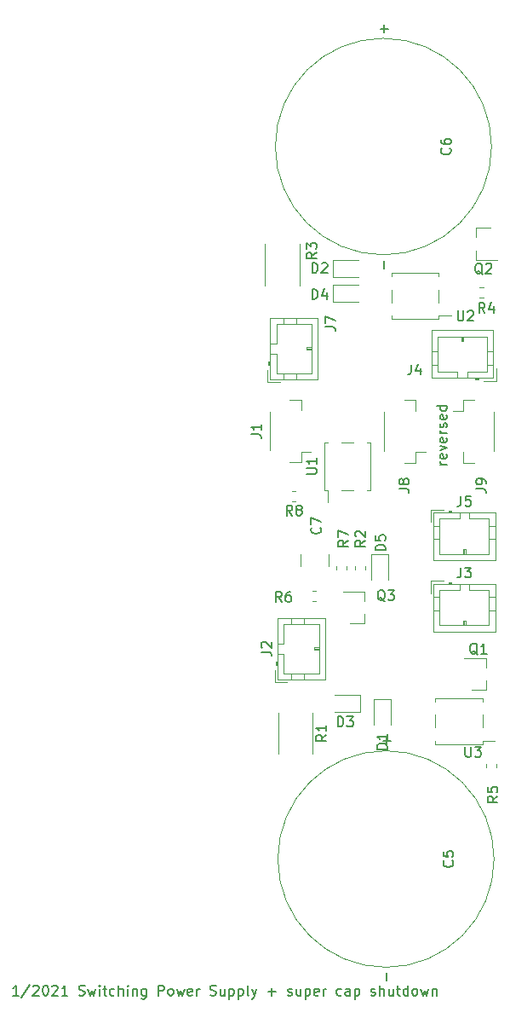
<source format=gto>
G04 #@! TF.GenerationSoftware,KiCad,Pcbnew,(5.1.5-0)*
G04 #@! TF.CreationDate,2021-01-21T21:28:00-07:00*
G04 #@! TF.ProjectId,supercap,73757065-7263-4617-902e-6b696361645f,rev?*
G04 #@! TF.SameCoordinates,Original*
G04 #@! TF.FileFunction,Legend,Top*
G04 #@! TF.FilePolarity,Positive*
%FSLAX46Y46*%
G04 Gerber Fmt 4.6, Leading zero omitted, Abs format (unit mm)*
G04 Created by KiCad (PCBNEW (5.1.5-0)) date 2021-01-21 21:28:00*
%MOMM*%
%LPD*%
G04 APERTURE LIST*
%ADD10C,0.150000*%
%ADD11C,0.120000*%
G04 APERTURE END LIST*
D10*
X139052380Y-95704761D02*
X138385714Y-95704761D01*
X138576190Y-95704761D02*
X138480952Y-95657142D01*
X138433333Y-95609523D01*
X138385714Y-95514285D01*
X138385714Y-95419047D01*
X139004761Y-94704761D02*
X139052380Y-94800000D01*
X139052380Y-94990476D01*
X139004761Y-95085714D01*
X138909523Y-95133333D01*
X138528571Y-95133333D01*
X138433333Y-95085714D01*
X138385714Y-94990476D01*
X138385714Y-94800000D01*
X138433333Y-94704761D01*
X138528571Y-94657142D01*
X138623809Y-94657142D01*
X138719047Y-95133333D01*
X138385714Y-94323809D02*
X139052380Y-94085714D01*
X138385714Y-93847619D01*
X139004761Y-93085714D02*
X139052380Y-93180952D01*
X139052380Y-93371428D01*
X139004761Y-93466666D01*
X138909523Y-93514285D01*
X138528571Y-93514285D01*
X138433333Y-93466666D01*
X138385714Y-93371428D01*
X138385714Y-93180952D01*
X138433333Y-93085714D01*
X138528571Y-93038095D01*
X138623809Y-93038095D01*
X138719047Y-93514285D01*
X139052380Y-92609523D02*
X138385714Y-92609523D01*
X138576190Y-92609523D02*
X138480952Y-92561904D01*
X138433333Y-92514285D01*
X138385714Y-92419047D01*
X138385714Y-92323809D01*
X139004761Y-92038095D02*
X139052380Y-91942857D01*
X139052380Y-91752380D01*
X139004761Y-91657142D01*
X138909523Y-91609523D01*
X138861904Y-91609523D01*
X138766666Y-91657142D01*
X138719047Y-91752380D01*
X138719047Y-91895238D01*
X138671428Y-91990476D01*
X138576190Y-92038095D01*
X138528571Y-92038095D01*
X138433333Y-91990476D01*
X138385714Y-91895238D01*
X138385714Y-91752380D01*
X138433333Y-91657142D01*
X139004761Y-90800000D02*
X139052380Y-90895238D01*
X139052380Y-91085714D01*
X139004761Y-91180952D01*
X138909523Y-91228571D01*
X138528571Y-91228571D01*
X138433333Y-91180952D01*
X138385714Y-91085714D01*
X138385714Y-90895238D01*
X138433333Y-90800000D01*
X138528571Y-90752380D01*
X138623809Y-90752380D01*
X138719047Y-91228571D01*
X139052380Y-89895238D02*
X138052380Y-89895238D01*
X139004761Y-89895238D02*
X139052380Y-89990476D01*
X139052380Y-90180952D01*
X139004761Y-90276190D01*
X138957142Y-90323809D01*
X138861904Y-90371428D01*
X138576190Y-90371428D01*
X138480952Y-90323809D01*
X138433333Y-90276190D01*
X138385714Y-90180952D01*
X138385714Y-89990476D01*
X138433333Y-89895238D01*
X96476190Y-148452380D02*
X95904761Y-148452380D01*
X96190476Y-148452380D02*
X96190476Y-147452380D01*
X96095238Y-147595238D01*
X96000000Y-147690476D01*
X95904761Y-147738095D01*
X97619047Y-147404761D02*
X96761904Y-148690476D01*
X97904761Y-147547619D02*
X97952380Y-147500000D01*
X98047619Y-147452380D01*
X98285714Y-147452380D01*
X98380952Y-147500000D01*
X98428571Y-147547619D01*
X98476190Y-147642857D01*
X98476190Y-147738095D01*
X98428571Y-147880952D01*
X97857142Y-148452380D01*
X98476190Y-148452380D01*
X99095238Y-147452380D02*
X99190476Y-147452380D01*
X99285714Y-147500000D01*
X99333333Y-147547619D01*
X99380952Y-147642857D01*
X99428571Y-147833333D01*
X99428571Y-148071428D01*
X99380952Y-148261904D01*
X99333333Y-148357142D01*
X99285714Y-148404761D01*
X99190476Y-148452380D01*
X99095238Y-148452380D01*
X99000000Y-148404761D01*
X98952380Y-148357142D01*
X98904761Y-148261904D01*
X98857142Y-148071428D01*
X98857142Y-147833333D01*
X98904761Y-147642857D01*
X98952380Y-147547619D01*
X99000000Y-147500000D01*
X99095238Y-147452380D01*
X99809523Y-147547619D02*
X99857142Y-147500000D01*
X99952380Y-147452380D01*
X100190476Y-147452380D01*
X100285714Y-147500000D01*
X100333333Y-147547619D01*
X100380952Y-147642857D01*
X100380952Y-147738095D01*
X100333333Y-147880952D01*
X99761904Y-148452380D01*
X100380952Y-148452380D01*
X101333333Y-148452380D02*
X100761904Y-148452380D01*
X101047619Y-148452380D02*
X101047619Y-147452380D01*
X100952380Y-147595238D01*
X100857142Y-147690476D01*
X100761904Y-147738095D01*
X102476190Y-148404761D02*
X102619047Y-148452380D01*
X102857142Y-148452380D01*
X102952380Y-148404761D01*
X103000000Y-148357142D01*
X103047619Y-148261904D01*
X103047619Y-148166666D01*
X103000000Y-148071428D01*
X102952380Y-148023809D01*
X102857142Y-147976190D01*
X102666666Y-147928571D01*
X102571428Y-147880952D01*
X102523809Y-147833333D01*
X102476190Y-147738095D01*
X102476190Y-147642857D01*
X102523809Y-147547619D01*
X102571428Y-147500000D01*
X102666666Y-147452380D01*
X102904761Y-147452380D01*
X103047619Y-147500000D01*
X103380952Y-147785714D02*
X103571428Y-148452380D01*
X103761904Y-147976190D01*
X103952380Y-148452380D01*
X104142857Y-147785714D01*
X104523809Y-148452380D02*
X104523809Y-147785714D01*
X104523809Y-147452380D02*
X104476190Y-147500000D01*
X104523809Y-147547619D01*
X104571428Y-147500000D01*
X104523809Y-147452380D01*
X104523809Y-147547619D01*
X104857142Y-147785714D02*
X105238095Y-147785714D01*
X105000000Y-147452380D02*
X105000000Y-148309523D01*
X105047619Y-148404761D01*
X105142857Y-148452380D01*
X105238095Y-148452380D01*
X106000000Y-148404761D02*
X105904761Y-148452380D01*
X105714285Y-148452380D01*
X105619047Y-148404761D01*
X105571428Y-148357142D01*
X105523809Y-148261904D01*
X105523809Y-147976190D01*
X105571428Y-147880952D01*
X105619047Y-147833333D01*
X105714285Y-147785714D01*
X105904761Y-147785714D01*
X106000000Y-147833333D01*
X106428571Y-148452380D02*
X106428571Y-147452380D01*
X106857142Y-148452380D02*
X106857142Y-147928571D01*
X106809523Y-147833333D01*
X106714285Y-147785714D01*
X106571428Y-147785714D01*
X106476190Y-147833333D01*
X106428571Y-147880952D01*
X107333333Y-148452380D02*
X107333333Y-147785714D01*
X107333333Y-147452380D02*
X107285714Y-147500000D01*
X107333333Y-147547619D01*
X107380952Y-147500000D01*
X107333333Y-147452380D01*
X107333333Y-147547619D01*
X107809523Y-147785714D02*
X107809523Y-148452380D01*
X107809523Y-147880952D02*
X107857142Y-147833333D01*
X107952380Y-147785714D01*
X108095238Y-147785714D01*
X108190476Y-147833333D01*
X108238095Y-147928571D01*
X108238095Y-148452380D01*
X109142857Y-147785714D02*
X109142857Y-148595238D01*
X109095238Y-148690476D01*
X109047619Y-148738095D01*
X108952380Y-148785714D01*
X108809523Y-148785714D01*
X108714285Y-148738095D01*
X109142857Y-148404761D02*
X109047619Y-148452380D01*
X108857142Y-148452380D01*
X108761904Y-148404761D01*
X108714285Y-148357142D01*
X108666666Y-148261904D01*
X108666666Y-147976190D01*
X108714285Y-147880952D01*
X108761904Y-147833333D01*
X108857142Y-147785714D01*
X109047619Y-147785714D01*
X109142857Y-147833333D01*
X110380952Y-148452380D02*
X110380952Y-147452380D01*
X110761904Y-147452380D01*
X110857142Y-147500000D01*
X110904761Y-147547619D01*
X110952380Y-147642857D01*
X110952380Y-147785714D01*
X110904761Y-147880952D01*
X110857142Y-147928571D01*
X110761904Y-147976190D01*
X110380952Y-147976190D01*
X111523809Y-148452380D02*
X111428571Y-148404761D01*
X111380952Y-148357142D01*
X111333333Y-148261904D01*
X111333333Y-147976190D01*
X111380952Y-147880952D01*
X111428571Y-147833333D01*
X111523809Y-147785714D01*
X111666666Y-147785714D01*
X111761904Y-147833333D01*
X111809523Y-147880952D01*
X111857142Y-147976190D01*
X111857142Y-148261904D01*
X111809523Y-148357142D01*
X111761904Y-148404761D01*
X111666666Y-148452380D01*
X111523809Y-148452380D01*
X112190476Y-147785714D02*
X112380952Y-148452380D01*
X112571428Y-147976190D01*
X112761904Y-148452380D01*
X112952380Y-147785714D01*
X113714285Y-148404761D02*
X113619047Y-148452380D01*
X113428571Y-148452380D01*
X113333333Y-148404761D01*
X113285714Y-148309523D01*
X113285714Y-147928571D01*
X113333333Y-147833333D01*
X113428571Y-147785714D01*
X113619047Y-147785714D01*
X113714285Y-147833333D01*
X113761904Y-147928571D01*
X113761904Y-148023809D01*
X113285714Y-148119047D01*
X114190476Y-148452380D02*
X114190476Y-147785714D01*
X114190476Y-147976190D02*
X114238095Y-147880952D01*
X114285714Y-147833333D01*
X114380952Y-147785714D01*
X114476190Y-147785714D01*
X115523809Y-148404761D02*
X115666666Y-148452380D01*
X115904761Y-148452380D01*
X116000000Y-148404761D01*
X116047619Y-148357142D01*
X116095238Y-148261904D01*
X116095238Y-148166666D01*
X116047619Y-148071428D01*
X116000000Y-148023809D01*
X115904761Y-147976190D01*
X115714285Y-147928571D01*
X115619047Y-147880952D01*
X115571428Y-147833333D01*
X115523809Y-147738095D01*
X115523809Y-147642857D01*
X115571428Y-147547619D01*
X115619047Y-147500000D01*
X115714285Y-147452380D01*
X115952380Y-147452380D01*
X116095238Y-147500000D01*
X116952380Y-147785714D02*
X116952380Y-148452380D01*
X116523809Y-147785714D02*
X116523809Y-148309523D01*
X116571428Y-148404761D01*
X116666666Y-148452380D01*
X116809523Y-148452380D01*
X116904761Y-148404761D01*
X116952380Y-148357142D01*
X117428571Y-147785714D02*
X117428571Y-148785714D01*
X117428571Y-147833333D02*
X117523809Y-147785714D01*
X117714285Y-147785714D01*
X117809523Y-147833333D01*
X117857142Y-147880952D01*
X117904761Y-147976190D01*
X117904761Y-148261904D01*
X117857142Y-148357142D01*
X117809523Y-148404761D01*
X117714285Y-148452380D01*
X117523809Y-148452380D01*
X117428571Y-148404761D01*
X118333333Y-147785714D02*
X118333333Y-148785714D01*
X118333333Y-147833333D02*
X118428571Y-147785714D01*
X118619047Y-147785714D01*
X118714285Y-147833333D01*
X118761904Y-147880952D01*
X118809523Y-147976190D01*
X118809523Y-148261904D01*
X118761904Y-148357142D01*
X118714285Y-148404761D01*
X118619047Y-148452380D01*
X118428571Y-148452380D01*
X118333333Y-148404761D01*
X119380952Y-148452380D02*
X119285714Y-148404761D01*
X119238095Y-148309523D01*
X119238095Y-147452380D01*
X119666666Y-147785714D02*
X119904761Y-148452380D01*
X120142857Y-147785714D02*
X119904761Y-148452380D01*
X119809523Y-148690476D01*
X119761904Y-148738095D01*
X119666666Y-148785714D01*
X121285714Y-148071428D02*
X122047619Y-148071428D01*
X121666666Y-148452380D02*
X121666666Y-147690476D01*
X123238095Y-148404761D02*
X123333333Y-148452380D01*
X123523809Y-148452380D01*
X123619047Y-148404761D01*
X123666666Y-148309523D01*
X123666666Y-148261904D01*
X123619047Y-148166666D01*
X123523809Y-148119047D01*
X123380952Y-148119047D01*
X123285714Y-148071428D01*
X123238095Y-147976190D01*
X123238095Y-147928571D01*
X123285714Y-147833333D01*
X123380952Y-147785714D01*
X123523809Y-147785714D01*
X123619047Y-147833333D01*
X124523809Y-147785714D02*
X124523809Y-148452380D01*
X124095238Y-147785714D02*
X124095238Y-148309523D01*
X124142857Y-148404761D01*
X124238095Y-148452380D01*
X124380952Y-148452380D01*
X124476190Y-148404761D01*
X124523809Y-148357142D01*
X124999999Y-147785714D02*
X124999999Y-148785714D01*
X124999999Y-147833333D02*
X125095238Y-147785714D01*
X125285714Y-147785714D01*
X125380952Y-147833333D01*
X125428571Y-147880952D01*
X125476190Y-147976190D01*
X125476190Y-148261904D01*
X125428571Y-148357142D01*
X125380952Y-148404761D01*
X125285714Y-148452380D01*
X125095238Y-148452380D01*
X124999999Y-148404761D01*
X126285714Y-148404761D02*
X126190476Y-148452380D01*
X125999999Y-148452380D01*
X125904761Y-148404761D01*
X125857142Y-148309523D01*
X125857142Y-147928571D01*
X125904761Y-147833333D01*
X125999999Y-147785714D01*
X126190476Y-147785714D01*
X126285714Y-147833333D01*
X126333333Y-147928571D01*
X126333333Y-148023809D01*
X125857142Y-148119047D01*
X126761904Y-148452380D02*
X126761904Y-147785714D01*
X126761904Y-147976190D02*
X126809523Y-147880952D01*
X126857142Y-147833333D01*
X126952380Y-147785714D01*
X127047619Y-147785714D01*
X128571428Y-148404761D02*
X128476190Y-148452380D01*
X128285714Y-148452380D01*
X128190476Y-148404761D01*
X128142857Y-148357142D01*
X128095238Y-148261904D01*
X128095238Y-147976190D01*
X128142857Y-147880952D01*
X128190476Y-147833333D01*
X128285714Y-147785714D01*
X128476190Y-147785714D01*
X128571428Y-147833333D01*
X129428571Y-148452380D02*
X129428571Y-147928571D01*
X129380952Y-147833333D01*
X129285714Y-147785714D01*
X129095238Y-147785714D01*
X128999999Y-147833333D01*
X129428571Y-148404761D02*
X129333333Y-148452380D01*
X129095238Y-148452380D01*
X128999999Y-148404761D01*
X128952380Y-148309523D01*
X128952380Y-148214285D01*
X128999999Y-148119047D01*
X129095238Y-148071428D01*
X129333333Y-148071428D01*
X129428571Y-148023809D01*
X129904761Y-147785714D02*
X129904761Y-148785714D01*
X129904761Y-147833333D02*
X130000000Y-147785714D01*
X130190476Y-147785714D01*
X130285714Y-147833333D01*
X130333333Y-147880952D01*
X130380952Y-147976190D01*
X130380952Y-148261904D01*
X130333333Y-148357142D01*
X130285714Y-148404761D01*
X130190476Y-148452380D01*
X130000000Y-148452380D01*
X129904761Y-148404761D01*
X131523809Y-148404761D02*
X131619047Y-148452380D01*
X131809523Y-148452380D01*
X131904761Y-148404761D01*
X131952380Y-148309523D01*
X131952380Y-148261904D01*
X131904761Y-148166666D01*
X131809523Y-148119047D01*
X131666666Y-148119047D01*
X131571428Y-148071428D01*
X131523809Y-147976190D01*
X131523809Y-147928571D01*
X131571428Y-147833333D01*
X131666666Y-147785714D01*
X131809523Y-147785714D01*
X131904761Y-147833333D01*
X132380952Y-148452380D02*
X132380952Y-147452380D01*
X132809523Y-148452380D02*
X132809523Y-147928571D01*
X132761904Y-147833333D01*
X132666666Y-147785714D01*
X132523809Y-147785714D01*
X132428571Y-147833333D01*
X132380952Y-147880952D01*
X133714285Y-147785714D02*
X133714285Y-148452380D01*
X133285714Y-147785714D02*
X133285714Y-148309523D01*
X133333333Y-148404761D01*
X133428571Y-148452380D01*
X133571428Y-148452380D01*
X133666666Y-148404761D01*
X133714285Y-148357142D01*
X134047619Y-147785714D02*
X134428571Y-147785714D01*
X134190476Y-147452380D02*
X134190476Y-148309523D01*
X134238095Y-148404761D01*
X134333333Y-148452380D01*
X134428571Y-148452380D01*
X135190476Y-148452380D02*
X135190476Y-147452380D01*
X135190476Y-148404761D02*
X135095238Y-148452380D01*
X134904761Y-148452380D01*
X134809523Y-148404761D01*
X134761904Y-148357142D01*
X134714285Y-148261904D01*
X134714285Y-147976190D01*
X134761904Y-147880952D01*
X134809523Y-147833333D01*
X134904761Y-147785714D01*
X135095238Y-147785714D01*
X135190476Y-147833333D01*
X135809523Y-148452380D02*
X135714285Y-148404761D01*
X135666666Y-148357142D01*
X135619047Y-148261904D01*
X135619047Y-147976190D01*
X135666666Y-147880952D01*
X135714285Y-147833333D01*
X135809523Y-147785714D01*
X135952380Y-147785714D01*
X136047619Y-147833333D01*
X136095238Y-147880952D01*
X136142857Y-147976190D01*
X136142857Y-148261904D01*
X136095238Y-148357142D01*
X136047619Y-148404761D01*
X135952380Y-148452380D01*
X135809523Y-148452380D01*
X136476190Y-147785714D02*
X136666666Y-148452380D01*
X136857142Y-147976190D01*
X137047619Y-148452380D01*
X137238095Y-147785714D01*
X137619047Y-147785714D02*
X137619047Y-148452380D01*
X137619047Y-147880952D02*
X137666666Y-147833333D01*
X137761904Y-147785714D01*
X137904761Y-147785714D01*
X137999999Y-147833333D01*
X138047619Y-147928571D01*
X138047619Y-148452380D01*
D11*
X129770000Y-93550000D02*
X128530000Y-93550000D01*
X129770000Y-98250000D02*
X128530000Y-98250000D01*
X127200000Y-98250000D02*
X126850000Y-98250000D01*
X126850000Y-98250000D02*
X126850000Y-93550000D01*
X126850000Y-93550000D02*
X127200000Y-93550000D01*
X127200000Y-98250000D02*
X127200000Y-99500000D01*
X131100000Y-98250000D02*
X131450000Y-98250000D01*
X131450000Y-98250000D02*
X131450000Y-93550000D01*
X131450000Y-93550000D02*
X131100000Y-93550000D01*
X124021267Y-98390000D02*
X123678733Y-98390000D01*
X124021267Y-99410000D02*
X123678733Y-99410000D01*
X143760000Y-90510000D02*
X143760000Y-94390000D01*
X140640000Y-95560000D02*
X140640000Y-94510000D01*
X141790000Y-95560000D02*
X140640000Y-95560000D01*
X140640000Y-90390000D02*
X139650000Y-90390000D01*
X140640000Y-89340000D02*
X140640000Y-90390000D01*
X141790000Y-89340000D02*
X140640000Y-89340000D01*
X132840000Y-94390000D02*
X132840000Y-90510000D01*
X135960000Y-89340000D02*
X135960000Y-90390000D01*
X134810000Y-89340000D02*
X135960000Y-89340000D01*
X135960000Y-94510000D02*
X136950000Y-94510000D01*
X135960000Y-95560000D02*
X135960000Y-94510000D01*
X134810000Y-95560000D02*
X135960000Y-95560000D01*
X121190000Y-87560000D02*
X122440000Y-87560000D01*
X121190000Y-86310000D02*
X121190000Y-87560000D01*
X125600000Y-84200000D02*
X125100000Y-84200000D01*
X125100000Y-84100000D02*
X125600000Y-84100000D01*
X125100000Y-84300000D02*
X125100000Y-84100000D01*
X125600000Y-84300000D02*
X125100000Y-84300000D01*
X124100000Y-81140000D02*
X124100000Y-81750000D01*
X122800000Y-81140000D02*
X122800000Y-81750000D01*
X124100000Y-87260000D02*
X124100000Y-86650000D01*
X122800000Y-87260000D02*
X122800000Y-86650000D01*
X122100000Y-83700000D02*
X121490000Y-83700000D01*
X122100000Y-81750000D02*
X122100000Y-83700000D01*
X125600000Y-81750000D02*
X122100000Y-81750000D01*
X125600000Y-86650000D02*
X125600000Y-81750000D01*
X122100000Y-86650000D02*
X125600000Y-86650000D01*
X122100000Y-84700000D02*
X122100000Y-86650000D01*
X121490000Y-84700000D02*
X122100000Y-84700000D01*
X121390000Y-85500000D02*
X121390000Y-85800000D01*
X121290000Y-85800000D02*
X121490000Y-85800000D01*
X121290000Y-85500000D02*
X121290000Y-85800000D01*
X121490000Y-85500000D02*
X121290000Y-85500000D01*
X121490000Y-81140000D02*
X121490000Y-87260000D01*
X126210000Y-81140000D02*
X121490000Y-81140000D01*
X126210000Y-87260000D02*
X126210000Y-81140000D01*
X121490000Y-87260000D02*
X126210000Y-87260000D01*
X121940000Y-117360000D02*
X123190000Y-117360000D01*
X121940000Y-116110000D02*
X121940000Y-117360000D01*
X126350000Y-114000000D02*
X125850000Y-114000000D01*
X125850000Y-113900000D02*
X126350000Y-113900000D01*
X125850000Y-114100000D02*
X125850000Y-113900000D01*
X126350000Y-114100000D02*
X125850000Y-114100000D01*
X124850000Y-110940000D02*
X124850000Y-111550000D01*
X123550000Y-110940000D02*
X123550000Y-111550000D01*
X124850000Y-117060000D02*
X124850000Y-116450000D01*
X123550000Y-117060000D02*
X123550000Y-116450000D01*
X122850000Y-113500000D02*
X122240000Y-113500000D01*
X122850000Y-111550000D02*
X122850000Y-113500000D01*
X126350000Y-111550000D02*
X122850000Y-111550000D01*
X126350000Y-116450000D02*
X126350000Y-111550000D01*
X122850000Y-116450000D02*
X126350000Y-116450000D01*
X122850000Y-114500000D02*
X122850000Y-116450000D01*
X122240000Y-114500000D02*
X122850000Y-114500000D01*
X122140000Y-115300000D02*
X122140000Y-115600000D01*
X122040000Y-115600000D02*
X122240000Y-115600000D01*
X122040000Y-115300000D02*
X122040000Y-115600000D01*
X122240000Y-115300000D02*
X122040000Y-115300000D01*
X122240000Y-110940000D02*
X122240000Y-117060000D01*
X126960000Y-110940000D02*
X122240000Y-110940000D01*
X126960000Y-117060000D02*
X126960000Y-110940000D01*
X122240000Y-117060000D02*
X126960000Y-117060000D01*
X121440000Y-94340000D02*
X121440000Y-90460000D01*
X124560000Y-89290000D02*
X124560000Y-90340000D01*
X123410000Y-89290000D02*
X124560000Y-89290000D01*
X124560000Y-94460000D02*
X125550000Y-94460000D01*
X124560000Y-95510000D02*
X124560000Y-94460000D01*
X123410000Y-95510000D02*
X124560000Y-95510000D01*
X128090000Y-105828733D02*
X128090000Y-106171267D01*
X129110000Y-105828733D02*
X129110000Y-106171267D01*
X126071267Y-108240000D02*
X125728733Y-108240000D01*
X126071267Y-109260000D02*
X125728733Y-109260000D01*
X130860000Y-111530000D02*
X129400000Y-111530000D01*
X130860000Y-108370000D02*
X128700000Y-108370000D01*
X130860000Y-108370000D02*
X130860000Y-109300000D01*
X130860000Y-111530000D02*
X130860000Y-110600000D01*
X133250000Y-104600000D02*
X133250000Y-107150000D01*
X131550000Y-104600000D02*
X131550000Y-107150000D01*
X133250000Y-104600000D02*
X131550000Y-104600000D01*
X143500000Y-64150000D02*
G75*
G03X143500000Y-64150000I-10750000J0D01*
G01*
X143750000Y-134900000D02*
G75*
G03X143750000Y-134900000I-10750000J0D01*
G01*
X137900000Y-120580000D02*
X137900000Y-121820000D01*
X142600000Y-120580000D02*
X142600000Y-121820000D01*
X142600000Y-123150000D02*
X142600000Y-123500000D01*
X142600000Y-123500000D02*
X137900000Y-123500000D01*
X137900000Y-123500000D02*
X137900000Y-123150000D01*
X142600000Y-123150000D02*
X143850000Y-123150000D01*
X142600000Y-119250000D02*
X142600000Y-118900000D01*
X142600000Y-118900000D02*
X137900000Y-118900000D01*
X137900000Y-118900000D02*
X137900000Y-119250000D01*
X143960000Y-125771267D02*
X143960000Y-125428733D01*
X142940000Y-125771267D02*
X142940000Y-125428733D01*
X133550000Y-78380000D02*
X133550000Y-79620000D01*
X138250000Y-78380000D02*
X138250000Y-79620000D01*
X138250000Y-80950000D02*
X138250000Y-81300000D01*
X138250000Y-81300000D02*
X133550000Y-81300000D01*
X133550000Y-81300000D02*
X133550000Y-80950000D01*
X138250000Y-80950000D02*
X139500000Y-80950000D01*
X138250000Y-77050000D02*
X138250000Y-76700000D01*
X138250000Y-76700000D02*
X133550000Y-76700000D01*
X133550000Y-76700000D02*
X133550000Y-77050000D01*
X142671267Y-78140000D02*
X142328733Y-78140000D01*
X142671267Y-79160000D02*
X142328733Y-79160000D01*
X124540000Y-104597936D02*
X124540000Y-105802064D01*
X127260000Y-104597936D02*
X127260000Y-105802064D01*
X120990000Y-73847936D02*
X120990000Y-77952064D01*
X124410000Y-73847936D02*
X124410000Y-77952064D01*
X130910000Y-106171267D02*
X130910000Y-105828733D01*
X129890000Y-106171267D02*
X129890000Y-105828733D01*
X141940000Y-72220000D02*
X143400000Y-72220000D01*
X141940000Y-75380000D02*
X144100000Y-75380000D01*
X141940000Y-75380000D02*
X141940000Y-74450000D01*
X141940000Y-72220000D02*
X141940000Y-73150000D01*
X142960000Y-118130000D02*
X141500000Y-118130000D01*
X142960000Y-114970000D02*
X140800000Y-114970000D01*
X142960000Y-114970000D02*
X142960000Y-115900000D01*
X142960000Y-118130000D02*
X142960000Y-117200000D01*
X137440000Y-100190000D02*
X137440000Y-101440000D01*
X138690000Y-100190000D02*
X137440000Y-100190000D01*
X140800000Y-104600000D02*
X140800000Y-104100000D01*
X140900000Y-104100000D02*
X140900000Y-104600000D01*
X140700000Y-104100000D02*
X140900000Y-104100000D01*
X140700000Y-104600000D02*
X140700000Y-104100000D01*
X143860000Y-103100000D02*
X143250000Y-103100000D01*
X143860000Y-101800000D02*
X143250000Y-101800000D01*
X137740000Y-103100000D02*
X138350000Y-103100000D01*
X137740000Y-101800000D02*
X138350000Y-101800000D01*
X141300000Y-101100000D02*
X141300000Y-100490000D01*
X143250000Y-101100000D02*
X141300000Y-101100000D01*
X143250000Y-104600000D02*
X143250000Y-101100000D01*
X138350000Y-104600000D02*
X143250000Y-104600000D01*
X138350000Y-101100000D02*
X138350000Y-104600000D01*
X140300000Y-101100000D02*
X138350000Y-101100000D01*
X140300000Y-100490000D02*
X140300000Y-101100000D01*
X139500000Y-100390000D02*
X139200000Y-100390000D01*
X139200000Y-100290000D02*
X139200000Y-100490000D01*
X139500000Y-100290000D02*
X139200000Y-100290000D01*
X139500000Y-100490000D02*
X139500000Y-100290000D01*
X143860000Y-100490000D02*
X137740000Y-100490000D01*
X143860000Y-105210000D02*
X143860000Y-100490000D01*
X137740000Y-105210000D02*
X143860000Y-105210000D01*
X137740000Y-100490000D02*
X137740000Y-105210000D01*
X143960000Y-87410000D02*
X143960000Y-86160000D01*
X142710000Y-87410000D02*
X143960000Y-87410000D01*
X140600000Y-83000000D02*
X140600000Y-83500000D01*
X140500000Y-83500000D02*
X140500000Y-83000000D01*
X140700000Y-83500000D02*
X140500000Y-83500000D01*
X140700000Y-83000000D02*
X140700000Y-83500000D01*
X137540000Y-84500000D02*
X138150000Y-84500000D01*
X137540000Y-85800000D02*
X138150000Y-85800000D01*
X143660000Y-84500000D02*
X143050000Y-84500000D01*
X143660000Y-85800000D02*
X143050000Y-85800000D01*
X140100000Y-86500000D02*
X140100000Y-87110000D01*
X138150000Y-86500000D02*
X140100000Y-86500000D01*
X138150000Y-83000000D02*
X138150000Y-86500000D01*
X143050000Y-83000000D02*
X138150000Y-83000000D01*
X143050000Y-86500000D02*
X143050000Y-83000000D01*
X141100000Y-86500000D02*
X143050000Y-86500000D01*
X141100000Y-87110000D02*
X141100000Y-86500000D01*
X141900000Y-87210000D02*
X142200000Y-87210000D01*
X142200000Y-87310000D02*
X142200000Y-87110000D01*
X141900000Y-87310000D02*
X142200000Y-87310000D01*
X141900000Y-87110000D02*
X141900000Y-87310000D01*
X137540000Y-87110000D02*
X143660000Y-87110000D01*
X137540000Y-82390000D02*
X137540000Y-87110000D01*
X143660000Y-82390000D02*
X137540000Y-82390000D01*
X143660000Y-87110000D02*
X143660000Y-82390000D01*
X137440000Y-107290000D02*
X137440000Y-108540000D01*
X138690000Y-107290000D02*
X137440000Y-107290000D01*
X140800000Y-111700000D02*
X140800000Y-111200000D01*
X140900000Y-111200000D02*
X140900000Y-111700000D01*
X140700000Y-111200000D02*
X140900000Y-111200000D01*
X140700000Y-111700000D02*
X140700000Y-111200000D01*
X143860000Y-110200000D02*
X143250000Y-110200000D01*
X143860000Y-108900000D02*
X143250000Y-108900000D01*
X137740000Y-110200000D02*
X138350000Y-110200000D01*
X137740000Y-108900000D02*
X138350000Y-108900000D01*
X141300000Y-108200000D02*
X141300000Y-107590000D01*
X143250000Y-108200000D02*
X141300000Y-108200000D01*
X143250000Y-111700000D02*
X143250000Y-108200000D01*
X138350000Y-111700000D02*
X143250000Y-111700000D01*
X138350000Y-108200000D02*
X138350000Y-111700000D01*
X140300000Y-108200000D02*
X138350000Y-108200000D01*
X140300000Y-107590000D02*
X140300000Y-108200000D01*
X139500000Y-107490000D02*
X139200000Y-107490000D01*
X139200000Y-107390000D02*
X139200000Y-107590000D01*
X139500000Y-107390000D02*
X139200000Y-107390000D01*
X139500000Y-107590000D02*
X139500000Y-107390000D01*
X143860000Y-107590000D02*
X137740000Y-107590000D01*
X143860000Y-112310000D02*
X143860000Y-107590000D01*
X137740000Y-112310000D02*
X143860000Y-112310000D01*
X137740000Y-107590000D02*
X137740000Y-112310000D01*
X127700000Y-77850000D02*
X130250000Y-77850000D01*
X127700000Y-79550000D02*
X130250000Y-79550000D01*
X127700000Y-77850000D02*
X127700000Y-79550000D01*
X130450000Y-120300000D02*
X127900000Y-120300000D01*
X130450000Y-118600000D02*
X127900000Y-118600000D01*
X130450000Y-120300000D02*
X130450000Y-118600000D01*
X122290000Y-120347936D02*
X122290000Y-124452064D01*
X125710000Y-120347936D02*
X125710000Y-124452064D01*
X127700000Y-75400000D02*
X130250000Y-75400000D01*
X127700000Y-77100000D02*
X130250000Y-77100000D01*
X127700000Y-75400000D02*
X127700000Y-77100000D01*
X133500000Y-119050000D02*
X133500000Y-121600000D01*
X131800000Y-119050000D02*
X131800000Y-121600000D01*
X133500000Y-119050000D02*
X131800000Y-119050000D01*
D10*
X125102380Y-96661904D02*
X125911904Y-96661904D01*
X126007142Y-96614285D01*
X126054761Y-96566666D01*
X126102380Y-96471428D01*
X126102380Y-96280952D01*
X126054761Y-96185714D01*
X126007142Y-96138095D01*
X125911904Y-96090476D01*
X125102380Y-96090476D01*
X126102380Y-95090476D02*
X126102380Y-95661904D01*
X126102380Y-95376190D02*
X125102380Y-95376190D01*
X125245238Y-95471428D01*
X125340476Y-95566666D01*
X125388095Y-95661904D01*
X123683333Y-100782380D02*
X123350000Y-100306190D01*
X123111904Y-100782380D02*
X123111904Y-99782380D01*
X123492857Y-99782380D01*
X123588095Y-99830000D01*
X123635714Y-99877619D01*
X123683333Y-99972857D01*
X123683333Y-100115714D01*
X123635714Y-100210952D01*
X123588095Y-100258571D01*
X123492857Y-100306190D01*
X123111904Y-100306190D01*
X124254761Y-100210952D02*
X124159523Y-100163333D01*
X124111904Y-100115714D01*
X124064285Y-100020476D01*
X124064285Y-99972857D01*
X124111904Y-99877619D01*
X124159523Y-99830000D01*
X124254761Y-99782380D01*
X124445238Y-99782380D01*
X124540476Y-99830000D01*
X124588095Y-99877619D01*
X124635714Y-99972857D01*
X124635714Y-100020476D01*
X124588095Y-100115714D01*
X124540476Y-100163333D01*
X124445238Y-100210952D01*
X124254761Y-100210952D01*
X124159523Y-100258571D01*
X124111904Y-100306190D01*
X124064285Y-100401428D01*
X124064285Y-100591904D01*
X124111904Y-100687142D01*
X124159523Y-100734761D01*
X124254761Y-100782380D01*
X124445238Y-100782380D01*
X124540476Y-100734761D01*
X124588095Y-100687142D01*
X124635714Y-100591904D01*
X124635714Y-100401428D01*
X124588095Y-100306190D01*
X124540476Y-100258571D01*
X124445238Y-100210952D01*
X141952380Y-98133333D02*
X142666666Y-98133333D01*
X142809523Y-98180952D01*
X142904761Y-98276190D01*
X142952380Y-98419047D01*
X142952380Y-98514285D01*
X142952380Y-97609523D02*
X142952380Y-97419047D01*
X142904761Y-97323809D01*
X142857142Y-97276190D01*
X142714285Y-97180952D01*
X142523809Y-97133333D01*
X142142857Y-97133333D01*
X142047619Y-97180952D01*
X142000000Y-97228571D01*
X141952380Y-97323809D01*
X141952380Y-97514285D01*
X142000000Y-97609523D01*
X142047619Y-97657142D01*
X142142857Y-97704761D01*
X142380952Y-97704761D01*
X142476190Y-97657142D01*
X142523809Y-97609523D01*
X142571428Y-97514285D01*
X142571428Y-97323809D01*
X142523809Y-97228571D01*
X142476190Y-97180952D01*
X142380952Y-97133333D01*
X134302380Y-98133333D02*
X135016666Y-98133333D01*
X135159523Y-98180952D01*
X135254761Y-98276190D01*
X135302380Y-98419047D01*
X135302380Y-98514285D01*
X134730952Y-97514285D02*
X134683333Y-97609523D01*
X134635714Y-97657142D01*
X134540476Y-97704761D01*
X134492857Y-97704761D01*
X134397619Y-97657142D01*
X134350000Y-97609523D01*
X134302380Y-97514285D01*
X134302380Y-97323809D01*
X134350000Y-97228571D01*
X134397619Y-97180952D01*
X134492857Y-97133333D01*
X134540476Y-97133333D01*
X134635714Y-97180952D01*
X134683333Y-97228571D01*
X134730952Y-97323809D01*
X134730952Y-97514285D01*
X134778571Y-97609523D01*
X134826190Y-97657142D01*
X134921428Y-97704761D01*
X135111904Y-97704761D01*
X135207142Y-97657142D01*
X135254761Y-97609523D01*
X135302380Y-97514285D01*
X135302380Y-97323809D01*
X135254761Y-97228571D01*
X135207142Y-97180952D01*
X135111904Y-97133333D01*
X134921428Y-97133333D01*
X134826190Y-97180952D01*
X134778571Y-97228571D01*
X134730952Y-97323809D01*
X126952380Y-82033333D02*
X127666666Y-82033333D01*
X127809523Y-82080952D01*
X127904761Y-82176190D01*
X127952380Y-82319047D01*
X127952380Y-82414285D01*
X126952380Y-81652380D02*
X126952380Y-80985714D01*
X127952380Y-81414285D01*
X120602380Y-114333333D02*
X121316666Y-114333333D01*
X121459523Y-114380952D01*
X121554761Y-114476190D01*
X121602380Y-114619047D01*
X121602380Y-114714285D01*
X120697619Y-113904761D02*
X120650000Y-113857142D01*
X120602380Y-113761904D01*
X120602380Y-113523809D01*
X120650000Y-113428571D01*
X120697619Y-113380952D01*
X120792857Y-113333333D01*
X120888095Y-113333333D01*
X121030952Y-113380952D01*
X121602380Y-113952380D01*
X121602380Y-113333333D01*
X119602380Y-92733333D02*
X120316666Y-92733333D01*
X120459523Y-92780952D01*
X120554761Y-92876190D01*
X120602380Y-93019047D01*
X120602380Y-93114285D01*
X120602380Y-91733333D02*
X120602380Y-92304761D01*
X120602380Y-92019047D02*
X119602380Y-92019047D01*
X119745238Y-92114285D01*
X119840476Y-92209523D01*
X119888095Y-92304761D01*
X129252380Y-103266666D02*
X128776190Y-103600000D01*
X129252380Y-103838095D02*
X128252380Y-103838095D01*
X128252380Y-103457142D01*
X128300000Y-103361904D01*
X128347619Y-103314285D01*
X128442857Y-103266666D01*
X128585714Y-103266666D01*
X128680952Y-103314285D01*
X128728571Y-103361904D01*
X128776190Y-103457142D01*
X128776190Y-103838095D01*
X128252380Y-102933333D02*
X128252380Y-102266666D01*
X129252380Y-102695238D01*
X122633333Y-109352380D02*
X122300000Y-108876190D01*
X122061904Y-109352380D02*
X122061904Y-108352380D01*
X122442857Y-108352380D01*
X122538095Y-108400000D01*
X122585714Y-108447619D01*
X122633333Y-108542857D01*
X122633333Y-108685714D01*
X122585714Y-108780952D01*
X122538095Y-108828571D01*
X122442857Y-108876190D01*
X122061904Y-108876190D01*
X123490476Y-108352380D02*
X123300000Y-108352380D01*
X123204761Y-108400000D01*
X123157142Y-108447619D01*
X123061904Y-108590476D01*
X123014285Y-108780952D01*
X123014285Y-109161904D01*
X123061904Y-109257142D01*
X123109523Y-109304761D01*
X123204761Y-109352380D01*
X123395238Y-109352380D01*
X123490476Y-109304761D01*
X123538095Y-109257142D01*
X123585714Y-109161904D01*
X123585714Y-108923809D01*
X123538095Y-108828571D01*
X123490476Y-108780952D01*
X123395238Y-108733333D01*
X123204761Y-108733333D01*
X123109523Y-108780952D01*
X123061904Y-108828571D01*
X123014285Y-108923809D01*
X132904761Y-109297619D02*
X132809523Y-109250000D01*
X132714285Y-109154761D01*
X132571428Y-109011904D01*
X132476190Y-108964285D01*
X132380952Y-108964285D01*
X132428571Y-109202380D02*
X132333333Y-109154761D01*
X132238095Y-109059523D01*
X132190476Y-108869047D01*
X132190476Y-108535714D01*
X132238095Y-108345238D01*
X132333333Y-108250000D01*
X132428571Y-108202380D01*
X132619047Y-108202380D01*
X132714285Y-108250000D01*
X132809523Y-108345238D01*
X132857142Y-108535714D01*
X132857142Y-108869047D01*
X132809523Y-109059523D01*
X132714285Y-109154761D01*
X132619047Y-109202380D01*
X132428571Y-109202380D01*
X133190476Y-108202380D02*
X133809523Y-108202380D01*
X133476190Y-108583333D01*
X133619047Y-108583333D01*
X133714285Y-108630952D01*
X133761904Y-108678571D01*
X133809523Y-108773809D01*
X133809523Y-109011904D01*
X133761904Y-109107142D01*
X133714285Y-109154761D01*
X133619047Y-109202380D01*
X133333333Y-109202380D01*
X133238095Y-109154761D01*
X133190476Y-109107142D01*
X132952380Y-104238095D02*
X131952380Y-104238095D01*
X131952380Y-104000000D01*
X132000000Y-103857142D01*
X132095238Y-103761904D01*
X132190476Y-103714285D01*
X132380952Y-103666666D01*
X132523809Y-103666666D01*
X132714285Y-103714285D01*
X132809523Y-103761904D01*
X132904761Y-103857142D01*
X132952380Y-104000000D01*
X132952380Y-104238095D01*
X131952380Y-102761904D02*
X131952380Y-103238095D01*
X132428571Y-103285714D01*
X132380952Y-103238095D01*
X132333333Y-103142857D01*
X132333333Y-102904761D01*
X132380952Y-102809523D01*
X132428571Y-102761904D01*
X132523809Y-102714285D01*
X132761904Y-102714285D01*
X132857142Y-102761904D01*
X132904761Y-102809523D01*
X132952380Y-102904761D01*
X132952380Y-103142857D01*
X132904761Y-103238095D01*
X132857142Y-103285714D01*
X139357142Y-64316666D02*
X139404761Y-64364285D01*
X139452380Y-64507142D01*
X139452380Y-64602380D01*
X139404761Y-64745238D01*
X139309523Y-64840476D01*
X139214285Y-64888095D01*
X139023809Y-64935714D01*
X138880952Y-64935714D01*
X138690476Y-64888095D01*
X138595238Y-64840476D01*
X138500000Y-64745238D01*
X138452380Y-64602380D01*
X138452380Y-64507142D01*
X138500000Y-64364285D01*
X138547619Y-64316666D01*
X138452380Y-63459523D02*
X138452380Y-63650000D01*
X138500000Y-63745238D01*
X138547619Y-63792857D01*
X138690476Y-63888095D01*
X138880952Y-63935714D01*
X139261904Y-63935714D01*
X139357142Y-63888095D01*
X139404761Y-63840476D01*
X139452380Y-63745238D01*
X139452380Y-63554761D01*
X139404761Y-63459523D01*
X139357142Y-63411904D01*
X139261904Y-63364285D01*
X139023809Y-63364285D01*
X138928571Y-63411904D01*
X138880952Y-63459523D01*
X138833333Y-63554761D01*
X138833333Y-63745238D01*
X138880952Y-63840476D01*
X138928571Y-63888095D01*
X139023809Y-63935714D01*
X132821428Y-52830952D02*
X132821428Y-52069047D01*
X133202380Y-52450000D02*
X132440476Y-52450000D01*
X132821428Y-76230952D02*
X132821428Y-75469047D01*
X139607142Y-135066666D02*
X139654761Y-135114285D01*
X139702380Y-135257142D01*
X139702380Y-135352380D01*
X139654761Y-135495238D01*
X139559523Y-135590476D01*
X139464285Y-135638095D01*
X139273809Y-135685714D01*
X139130952Y-135685714D01*
X138940476Y-135638095D01*
X138845238Y-135590476D01*
X138750000Y-135495238D01*
X138702380Y-135352380D01*
X138702380Y-135257142D01*
X138750000Y-135114285D01*
X138797619Y-135066666D01*
X138702380Y-134161904D02*
X138702380Y-134638095D01*
X139178571Y-134685714D01*
X139130952Y-134638095D01*
X139083333Y-134542857D01*
X139083333Y-134304761D01*
X139130952Y-134209523D01*
X139178571Y-134161904D01*
X139273809Y-134114285D01*
X139511904Y-134114285D01*
X139607142Y-134161904D01*
X139654761Y-134209523D01*
X139702380Y-134304761D01*
X139702380Y-134542857D01*
X139654761Y-134638095D01*
X139607142Y-134685714D01*
X133071428Y-123580952D02*
X133071428Y-122819047D01*
X133452380Y-123200000D02*
X132690476Y-123200000D01*
X133071428Y-146980952D02*
X133071428Y-146219047D01*
X140888095Y-123752380D02*
X140888095Y-124561904D01*
X140935714Y-124657142D01*
X140983333Y-124704761D01*
X141078571Y-124752380D01*
X141269047Y-124752380D01*
X141364285Y-124704761D01*
X141411904Y-124657142D01*
X141459523Y-124561904D01*
X141459523Y-123752380D01*
X141840476Y-123752380D02*
X142459523Y-123752380D01*
X142126190Y-124133333D01*
X142269047Y-124133333D01*
X142364285Y-124180952D01*
X142411904Y-124228571D01*
X142459523Y-124323809D01*
X142459523Y-124561904D01*
X142411904Y-124657142D01*
X142364285Y-124704761D01*
X142269047Y-124752380D01*
X141983333Y-124752380D01*
X141888095Y-124704761D01*
X141840476Y-124657142D01*
X144102380Y-128666666D02*
X143626190Y-129000000D01*
X144102380Y-129238095D02*
X143102380Y-129238095D01*
X143102380Y-128857142D01*
X143150000Y-128761904D01*
X143197619Y-128714285D01*
X143292857Y-128666666D01*
X143435714Y-128666666D01*
X143530952Y-128714285D01*
X143578571Y-128761904D01*
X143626190Y-128857142D01*
X143626190Y-129238095D01*
X143102380Y-127761904D02*
X143102380Y-128238095D01*
X143578571Y-128285714D01*
X143530952Y-128238095D01*
X143483333Y-128142857D01*
X143483333Y-127904761D01*
X143530952Y-127809523D01*
X143578571Y-127761904D01*
X143673809Y-127714285D01*
X143911904Y-127714285D01*
X144007142Y-127761904D01*
X144054761Y-127809523D01*
X144102380Y-127904761D01*
X144102380Y-128142857D01*
X144054761Y-128238095D01*
X144007142Y-128285714D01*
X140138095Y-80452380D02*
X140138095Y-81261904D01*
X140185714Y-81357142D01*
X140233333Y-81404761D01*
X140328571Y-81452380D01*
X140519047Y-81452380D01*
X140614285Y-81404761D01*
X140661904Y-81357142D01*
X140709523Y-81261904D01*
X140709523Y-80452380D01*
X141138095Y-80547619D02*
X141185714Y-80500000D01*
X141280952Y-80452380D01*
X141519047Y-80452380D01*
X141614285Y-80500000D01*
X141661904Y-80547619D01*
X141709523Y-80642857D01*
X141709523Y-80738095D01*
X141661904Y-80880952D01*
X141090476Y-81452380D01*
X141709523Y-81452380D01*
X142833333Y-80652380D02*
X142500000Y-80176190D01*
X142261904Y-80652380D02*
X142261904Y-79652380D01*
X142642857Y-79652380D01*
X142738095Y-79700000D01*
X142785714Y-79747619D01*
X142833333Y-79842857D01*
X142833333Y-79985714D01*
X142785714Y-80080952D01*
X142738095Y-80128571D01*
X142642857Y-80176190D01*
X142261904Y-80176190D01*
X143690476Y-79985714D02*
X143690476Y-80652380D01*
X143452380Y-79604761D02*
X143214285Y-80319047D01*
X143833333Y-80319047D01*
X126457142Y-101966666D02*
X126504761Y-102014285D01*
X126552380Y-102157142D01*
X126552380Y-102252380D01*
X126504761Y-102395238D01*
X126409523Y-102490476D01*
X126314285Y-102538095D01*
X126123809Y-102585714D01*
X125980952Y-102585714D01*
X125790476Y-102538095D01*
X125695238Y-102490476D01*
X125600000Y-102395238D01*
X125552380Y-102252380D01*
X125552380Y-102157142D01*
X125600000Y-102014285D01*
X125647619Y-101966666D01*
X125552380Y-101633333D02*
X125552380Y-100966666D01*
X126552380Y-101395238D01*
X126102380Y-74666666D02*
X125626190Y-75000000D01*
X126102380Y-75238095D02*
X125102380Y-75238095D01*
X125102380Y-74857142D01*
X125150000Y-74761904D01*
X125197619Y-74714285D01*
X125292857Y-74666666D01*
X125435714Y-74666666D01*
X125530952Y-74714285D01*
X125578571Y-74761904D01*
X125626190Y-74857142D01*
X125626190Y-75238095D01*
X125102380Y-74333333D02*
X125102380Y-73714285D01*
X125483333Y-74047619D01*
X125483333Y-73904761D01*
X125530952Y-73809523D01*
X125578571Y-73761904D01*
X125673809Y-73714285D01*
X125911904Y-73714285D01*
X126007142Y-73761904D01*
X126054761Y-73809523D01*
X126102380Y-73904761D01*
X126102380Y-74190476D01*
X126054761Y-74285714D01*
X126007142Y-74333333D01*
X130952380Y-103266666D02*
X130476190Y-103600000D01*
X130952380Y-103838095D02*
X129952380Y-103838095D01*
X129952380Y-103457142D01*
X130000000Y-103361904D01*
X130047619Y-103314285D01*
X130142857Y-103266666D01*
X130285714Y-103266666D01*
X130380952Y-103314285D01*
X130428571Y-103361904D01*
X130476190Y-103457142D01*
X130476190Y-103838095D01*
X130047619Y-102885714D02*
X130000000Y-102838095D01*
X129952380Y-102742857D01*
X129952380Y-102504761D01*
X130000000Y-102409523D01*
X130047619Y-102361904D01*
X130142857Y-102314285D01*
X130238095Y-102314285D01*
X130380952Y-102361904D01*
X130952380Y-102933333D01*
X130952380Y-102314285D01*
X142604761Y-76847619D02*
X142509523Y-76800000D01*
X142414285Y-76704761D01*
X142271428Y-76561904D01*
X142176190Y-76514285D01*
X142080952Y-76514285D01*
X142128571Y-76752380D02*
X142033333Y-76704761D01*
X141938095Y-76609523D01*
X141890476Y-76419047D01*
X141890476Y-76085714D01*
X141938095Y-75895238D01*
X142033333Y-75800000D01*
X142128571Y-75752380D01*
X142319047Y-75752380D01*
X142414285Y-75800000D01*
X142509523Y-75895238D01*
X142557142Y-76085714D01*
X142557142Y-76419047D01*
X142509523Y-76609523D01*
X142414285Y-76704761D01*
X142319047Y-76752380D01*
X142128571Y-76752380D01*
X142938095Y-75847619D02*
X142985714Y-75800000D01*
X143080952Y-75752380D01*
X143319047Y-75752380D01*
X143414285Y-75800000D01*
X143461904Y-75847619D01*
X143509523Y-75942857D01*
X143509523Y-76038095D01*
X143461904Y-76180952D01*
X142890476Y-76752380D01*
X143509523Y-76752380D01*
X142104761Y-114597619D02*
X142009523Y-114550000D01*
X141914285Y-114454761D01*
X141771428Y-114311904D01*
X141676190Y-114264285D01*
X141580952Y-114264285D01*
X141628571Y-114502380D02*
X141533333Y-114454761D01*
X141438095Y-114359523D01*
X141390476Y-114169047D01*
X141390476Y-113835714D01*
X141438095Y-113645238D01*
X141533333Y-113550000D01*
X141628571Y-113502380D01*
X141819047Y-113502380D01*
X141914285Y-113550000D01*
X142009523Y-113645238D01*
X142057142Y-113835714D01*
X142057142Y-114169047D01*
X142009523Y-114359523D01*
X141914285Y-114454761D01*
X141819047Y-114502380D01*
X141628571Y-114502380D01*
X143009523Y-114502380D02*
X142438095Y-114502380D01*
X142723809Y-114502380D02*
X142723809Y-113502380D01*
X142628571Y-113645238D01*
X142533333Y-113740476D01*
X142438095Y-113788095D01*
X140466666Y-98852380D02*
X140466666Y-99566666D01*
X140419047Y-99709523D01*
X140323809Y-99804761D01*
X140180952Y-99852380D01*
X140085714Y-99852380D01*
X141419047Y-98852380D02*
X140942857Y-98852380D01*
X140895238Y-99328571D01*
X140942857Y-99280952D01*
X141038095Y-99233333D01*
X141276190Y-99233333D01*
X141371428Y-99280952D01*
X141419047Y-99328571D01*
X141466666Y-99423809D01*
X141466666Y-99661904D01*
X141419047Y-99757142D01*
X141371428Y-99804761D01*
X141276190Y-99852380D01*
X141038095Y-99852380D01*
X140942857Y-99804761D01*
X140895238Y-99757142D01*
X135516666Y-85802380D02*
X135516666Y-86516666D01*
X135469047Y-86659523D01*
X135373809Y-86754761D01*
X135230952Y-86802380D01*
X135135714Y-86802380D01*
X136421428Y-86135714D02*
X136421428Y-86802380D01*
X136183333Y-85754761D02*
X135945238Y-86469047D01*
X136564285Y-86469047D01*
X140466666Y-105952380D02*
X140466666Y-106666666D01*
X140419047Y-106809523D01*
X140323809Y-106904761D01*
X140180952Y-106952380D01*
X140085714Y-106952380D01*
X140847619Y-105952380D02*
X141466666Y-105952380D01*
X141133333Y-106333333D01*
X141276190Y-106333333D01*
X141371428Y-106380952D01*
X141419047Y-106428571D01*
X141466666Y-106523809D01*
X141466666Y-106761904D01*
X141419047Y-106857142D01*
X141371428Y-106904761D01*
X141276190Y-106952380D01*
X140990476Y-106952380D01*
X140895238Y-106904761D01*
X140847619Y-106857142D01*
X125661904Y-79302380D02*
X125661904Y-78302380D01*
X125900000Y-78302380D01*
X126042857Y-78350000D01*
X126138095Y-78445238D01*
X126185714Y-78540476D01*
X126233333Y-78730952D01*
X126233333Y-78873809D01*
X126185714Y-79064285D01*
X126138095Y-79159523D01*
X126042857Y-79254761D01*
X125900000Y-79302380D01*
X125661904Y-79302380D01*
X127090476Y-78635714D02*
X127090476Y-79302380D01*
X126852380Y-78254761D02*
X126614285Y-78969047D01*
X127233333Y-78969047D01*
X128211904Y-121752380D02*
X128211904Y-120752380D01*
X128450000Y-120752380D01*
X128592857Y-120800000D01*
X128688095Y-120895238D01*
X128735714Y-120990476D01*
X128783333Y-121180952D01*
X128783333Y-121323809D01*
X128735714Y-121514285D01*
X128688095Y-121609523D01*
X128592857Y-121704761D01*
X128450000Y-121752380D01*
X128211904Y-121752380D01*
X129116666Y-120752380D02*
X129735714Y-120752380D01*
X129402380Y-121133333D01*
X129545238Y-121133333D01*
X129640476Y-121180952D01*
X129688095Y-121228571D01*
X129735714Y-121323809D01*
X129735714Y-121561904D01*
X129688095Y-121657142D01*
X129640476Y-121704761D01*
X129545238Y-121752380D01*
X129259523Y-121752380D01*
X129164285Y-121704761D01*
X129116666Y-121657142D01*
X127072380Y-122566666D02*
X126596190Y-122900000D01*
X127072380Y-123138095D02*
X126072380Y-123138095D01*
X126072380Y-122757142D01*
X126120000Y-122661904D01*
X126167619Y-122614285D01*
X126262857Y-122566666D01*
X126405714Y-122566666D01*
X126500952Y-122614285D01*
X126548571Y-122661904D01*
X126596190Y-122757142D01*
X126596190Y-123138095D01*
X127072380Y-121614285D02*
X127072380Y-122185714D01*
X127072380Y-121900000D02*
X126072380Y-121900000D01*
X126215238Y-121995238D01*
X126310476Y-122090476D01*
X126358095Y-122185714D01*
X125661904Y-76702380D02*
X125661904Y-75702380D01*
X125900000Y-75702380D01*
X126042857Y-75750000D01*
X126138095Y-75845238D01*
X126185714Y-75940476D01*
X126233333Y-76130952D01*
X126233333Y-76273809D01*
X126185714Y-76464285D01*
X126138095Y-76559523D01*
X126042857Y-76654761D01*
X125900000Y-76702380D01*
X125661904Y-76702380D01*
X126614285Y-75797619D02*
X126661904Y-75750000D01*
X126757142Y-75702380D01*
X126995238Y-75702380D01*
X127090476Y-75750000D01*
X127138095Y-75797619D01*
X127185714Y-75892857D01*
X127185714Y-75988095D01*
X127138095Y-76130952D01*
X126566666Y-76702380D01*
X127185714Y-76702380D01*
X133102380Y-123988095D02*
X132102380Y-123988095D01*
X132102380Y-123750000D01*
X132150000Y-123607142D01*
X132245238Y-123511904D01*
X132340476Y-123464285D01*
X132530952Y-123416666D01*
X132673809Y-123416666D01*
X132864285Y-123464285D01*
X132959523Y-123511904D01*
X133054761Y-123607142D01*
X133102380Y-123750000D01*
X133102380Y-123988095D01*
X133102380Y-122464285D02*
X133102380Y-123035714D01*
X133102380Y-122750000D02*
X132102380Y-122750000D01*
X132245238Y-122845238D01*
X132340476Y-122940476D01*
X132388095Y-123035714D01*
M02*

</source>
